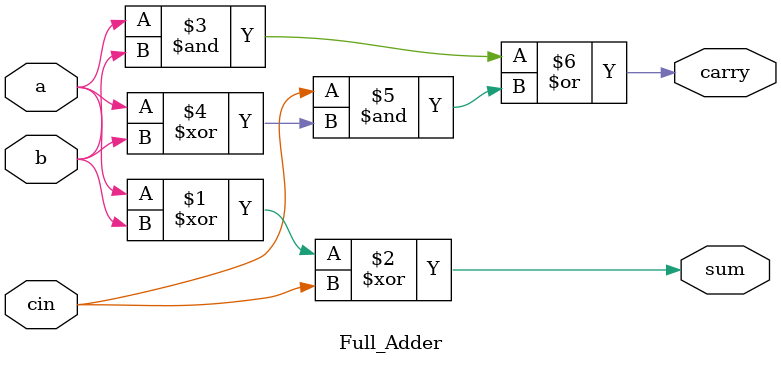
<source format=v>
`timescale 1ns / 1ps

module Full_Adder(
    input a, b, cin,
    output sum, carry
);

assign sum   = a ^ b ^ cin;               // XOR for sum
assign carry = (a & b) | cin&(a^b);  // A B + C-IN (A ⊕ B)

endmodule

</source>
